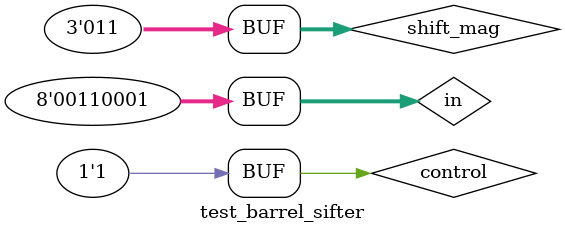
<source format=v>
`timescale 1ns / 1ps


module test_barrel_sifter;

	// Inputs
	reg [7:0] in;
	reg [2:0] shift_mag;
	reg control;

	// Outputs
	wire [7:0] out;

	// Instantiate the Unit Under Test (UUT)
	barrel_shift_register uut (
		.in(in), 
		.shift_mag(shift_mag), 
		.control(control), 
		.out(out)
	);

	initial begin
		// Initialize Inputs
		in = 0;
		shift_mag = 0;
		control = 0;

		// Wait 100 ns for global reset to finish
		#100;
		
		in = 124;
		shift_mag = 2;
		control = 0;
		#100;
		
		in = 100;
		shift_mag = 1;
		control = 1;
		#100;
		
		in = 52;
		shift_mag = 3;
		control = 0;
		#100;
		
		in = 14;
		shift_mag = 0;
		control = 0;
		#100;
		
		in = 49;
		shift_mag = 3;
		control = 1;
		#100;
        
		// Add stimulus here

	end
      
endmodule


</source>
